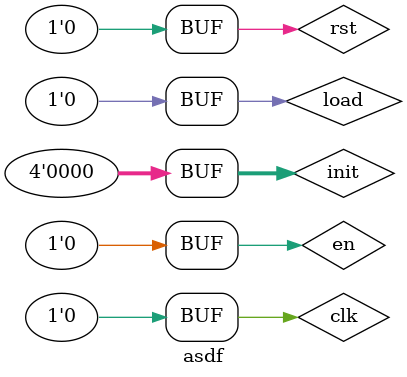
<source format=v>
`timescale 1ns / 1ps


module asdf;

	// Inputs
	reg clk;
	reg rst;
	reg en;
	reg load;
	reg [3:0] init;

	// Outputs
	wire [3:0] out;

	// Instantiate the Unit Under Test (UUT)
	timer uut (
		.clk(clk), 
		.rst(rst), 
		.en(en), 
		.load(load), 
		.init(init), 
		.out(out)
	);

	initial begin
		// Initialize Inputs
		clk = 0;
		rst = 0;
		en = 0;
		load = 0;
		init = 0;

		// Wait 100 ns for global reset to finish
		#100;
        
		// Add stimulus here

	end
      
endmodule


</source>
